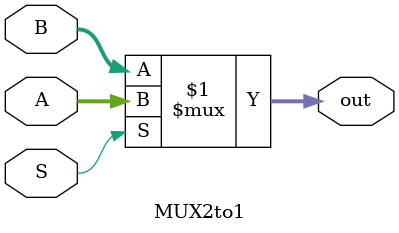
<source format=v>
module MUX2to1(A, B, S, out);
input [4:0] A, B;
input S;
output [4:0] out;

assign out = (S)? A : B;

endmodule

</source>
